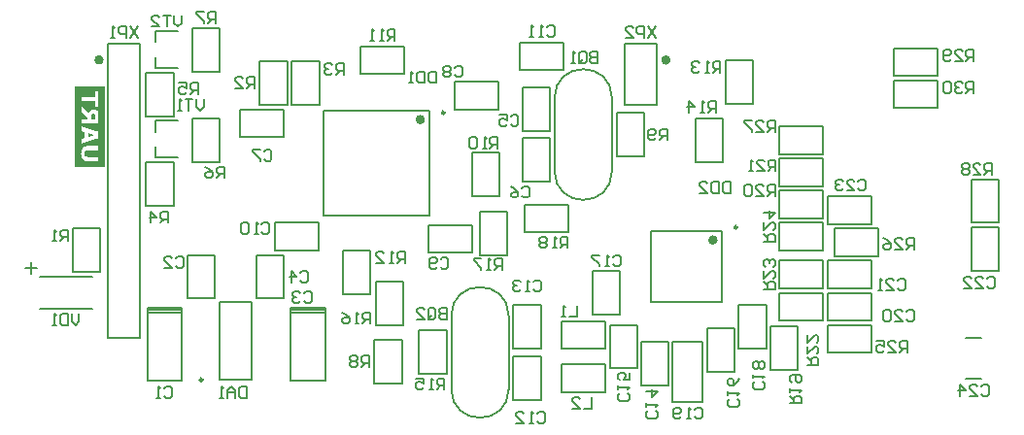
<source format=gbo>
G04*
G04 #@! TF.GenerationSoftware,Altium Limited,Altium Designer,22.11.1 (43)*
G04*
G04 Layer_Color=32896*
%FSLAX44Y44*%
%MOMM*%
G71*
G04*
G04 #@! TF.SameCoordinates,8D8AEDD0-DFFB-4D3A-BB57-83E995E82AED*
G04*
G04*
G04 #@! TF.FilePolarity,Positive*
G04*
G01*
G75*
%ADD10C,0.4000*%
%ADD11C,0.2000*%
%ADD12C,0.2500*%
G36*
X113000Y237000D02*
X87000D01*
Y307000D01*
X113000D01*
Y237000D01*
D02*
G37*
%LPC*%
G36*
X107624Y302347D02*
X92676D01*
X104732D01*
Y297673D01*
X92676D01*
Y293809D01*
X104732D01*
Y289135D01*
X107624D01*
Y302347D01*
D02*
G37*
G36*
Y288950D02*
D01*
Y281453D01*
X107601Y281776D01*
X107578Y282124D01*
X107555Y282494D01*
X107509Y282887D01*
X107463Y283257D01*
Y283304D01*
X107439Y283419D01*
X107393Y283604D01*
X107324Y283859D01*
X107231Y284137D01*
X107115Y284438D01*
X106976Y284738D01*
X106815Y285062D01*
X106791Y285109D01*
X106722Y285201D01*
X106606Y285363D01*
X106468Y285548D01*
X106259Y285756D01*
X106051Y285988D01*
X105796Y286219D01*
X105496Y286404D01*
X105449Y286427D01*
X105357Y286474D01*
X105195Y286566D01*
X104963Y286659D01*
X104663Y286751D01*
X104316Y286844D01*
X103945Y286890D01*
X103506Y286913D01*
X103483D01*
X103436D01*
X103344D01*
X103228D01*
X103089Y286890D01*
X102927Y286867D01*
X102557Y286821D01*
X102117Y286728D01*
X101678Y286589D01*
X101215Y286381D01*
X100798Y286127D01*
X100752Y286080D01*
X100636Y285988D01*
X100428Y285803D01*
X100197Y285571D01*
X99919Y285271D01*
X99618Y284877D01*
X99340Y284461D01*
X99063Y283951D01*
X92676Y288950D01*
Y284206D01*
X98160Y280133D01*
Y278398D01*
X92676D01*
Y274534D01*
X107624D01*
Y288950D01*
D02*
G37*
G36*
Y272405D02*
D01*
Y266875D01*
X92676Y272405D01*
Y268379D01*
X95684Y267337D01*
Y261830D01*
X92676Y260789D01*
Y256902D01*
X107624Y262409D01*
Y256902D01*
X92676D01*
X107624D01*
Y272405D01*
D02*
G37*
G36*
Y254981D02*
X97837D01*
X97628Y254958D01*
X97397Y254935D01*
X97142Y254888D01*
X96841Y254842D01*
X96517Y254773D01*
X96170Y254680D01*
X95823Y254564D01*
X95476Y254426D01*
X95129Y254264D01*
X94782Y254055D01*
X94435Y253824D01*
X94134Y253570D01*
X93833Y253269D01*
X93810Y253246D01*
X93764Y253199D01*
X93694Y253084D01*
X93602Y252945D01*
X93486Y252783D01*
X93371Y252551D01*
X93232Y252297D01*
X93116Y252019D01*
X92977Y251672D01*
X92838Y251302D01*
X92723Y250909D01*
X92607Y250469D01*
X92514Y249983D01*
X92445Y249451D01*
X92399Y248895D01*
X92376Y248294D01*
Y247970D01*
X92399Y247761D01*
X92422Y247484D01*
X92445Y247160D01*
X92491Y246813D01*
X92561Y246443D01*
X92723Y245633D01*
X92861Y245216D01*
X93000Y244800D01*
X93162Y244406D01*
X93347Y244013D01*
X93579Y243643D01*
X93833Y243319D01*
X93856Y243296D01*
X93903Y243249D01*
X93995Y243157D01*
X94111Y243064D01*
X94273Y242925D01*
X94458Y242787D01*
X94666Y242648D01*
X94921Y242486D01*
X95199Y242324D01*
X95522Y242185D01*
X95870Y242046D01*
X96240Y241907D01*
X96656Y241815D01*
X97096Y241722D01*
X97559Y241676D01*
X98068Y241653D01*
X107624D01*
Y254981D01*
D02*
G37*
%LPD*%
G36*
X103367Y282887D02*
X103668Y282818D01*
X103992Y282679D01*
X104015D01*
X104061Y282633D01*
X104130Y282586D01*
X104223Y282494D01*
X104339Y282378D01*
X104431Y282239D01*
X104547Y282077D01*
X104640Y281892D01*
Y281869D01*
X104663Y281823D01*
X104686Y281730D01*
X104709Y281638D01*
X104755Y281499D01*
X104778Y281337D01*
X104825Y280966D01*
Y280874D01*
X104848Y280758D01*
Y280457D01*
X104871Y280249D01*
Y278398D01*
X100868D01*
Y280087D01*
X100891Y280342D01*
Y280596D01*
X100914Y280851D01*
X100937Y281082D01*
Y281105D01*
X100960Y281198D01*
X100983Y281314D01*
X101030Y281453D01*
X101145Y281776D01*
X101354Y282124D01*
X101377Y282147D01*
X101400Y282193D01*
X101469Y282262D01*
X101562Y282355D01*
X101770Y282563D01*
X102025Y282725D01*
X102048D01*
X102094Y282748D01*
X102187Y282795D01*
X102302Y282818D01*
X102441Y282864D01*
X102626Y282887D01*
X102811Y282910D01*
X103043D01*
X103066D01*
X103135D01*
X103251D01*
X103367Y282887D01*
D02*
G37*
G36*
X103714Y264584D02*
X98438Y262756D01*
Y266412D01*
X103714Y264584D01*
D02*
G37*
G36*
X107624Y245517D02*
X98299D01*
X98276D01*
X98230D01*
X98160D01*
X98045D01*
X97767Y245563D01*
X97420Y245609D01*
X97027Y245679D01*
X96656Y245795D01*
X96286Y245957D01*
X95962Y246165D01*
X95939Y246188D01*
X95847Y246281D01*
X95731Y246443D01*
X95592Y246674D01*
X95453Y246975D01*
X95337Y247345D01*
X95245Y247785D01*
X95222Y248294D01*
Y248433D01*
X95245Y248525D01*
X95268Y248780D01*
X95314Y249104D01*
X95407Y249451D01*
X95522Y249798D01*
X95708Y250145D01*
X95939Y250422D01*
X95985Y250446D01*
X96078Y250538D01*
X96263Y250654D01*
X96517Y250770D01*
X96841Y250909D01*
X97258Y251001D01*
X97744Y251094D01*
X98299Y251117D01*
X107624D01*
Y245517D01*
D02*
G37*
D10*
X604000Y330000D02*
G03*
X604000Y330000I-2000J0D01*
G01*
X110000D02*
G03*
X110000Y330000I-2000J0D01*
G01*
X390000Y278000D02*
G03*
X390000Y278000I-2000J0D01*
G01*
X645000Y173000D02*
G03*
X645000Y173000I-2000J0D01*
G01*
D11*
X505000Y233000D02*
G03*
X555000Y233000I25000J0D01*
G01*
Y297000D02*
G03*
X505000Y297000I-25000J0D01*
G01*
X415000Y43000D02*
G03*
X465000Y43000I25000J0D01*
G01*
Y107000D02*
G03*
X415000Y107000I-25000J0D01*
G01*
X475000Y345000D02*
X513000D01*
X475000Y321000D02*
Y345000D01*
Y321000D02*
X513000D01*
Y345000D01*
X743000Y187000D02*
Y211000D01*
X781000D01*
Y187000D02*
Y211000D01*
X743000Y187000D02*
X781000D01*
X593970Y290630D02*
Y343970D01*
X566030D02*
X593970D01*
X566030Y290630D02*
X593970D01*
X566030D02*
Y343970D01*
X143970Y87430D02*
Y343970D01*
X116030D02*
X143970D01*
X116030Y87430D02*
X143970D01*
X116030D02*
Y343970D01*
X373000Y99000D02*
Y137000D01*
X349000D02*
X373000D01*
X349000Y99000D02*
Y137000D01*
Y99000D02*
X373000D01*
X555000Y233000D02*
Y297000D01*
X505000Y233000D02*
Y297000D01*
X396000Y194000D02*
Y286000D01*
X304000Y194000D02*
X396000D01*
X304000Y286000D02*
X396000D01*
X304000Y194000D02*
Y286000D01*
X395000Y186000D02*
X433000D01*
X395000Y162000D02*
Y186000D01*
Y162000D02*
X433000D01*
Y186000D01*
X231000Y263000D02*
Y287000D01*
X269000D01*
Y263000D02*
Y287000D01*
X231000Y263000D02*
X269000D01*
X248000Y291000D02*
X272000D01*
X248000D02*
Y329000D01*
X272000D01*
Y291000D02*
Y329000D01*
X477000Y268000D02*
X501000D01*
X477000D02*
Y306000D01*
X501000D01*
Y268000D02*
Y306000D01*
X477000Y262000D02*
X501000D01*
Y224000D02*
Y262000D01*
X477000Y224000D02*
X501000D01*
X477000D02*
Y262000D01*
X433000Y249000D02*
X457000D01*
Y211000D02*
Y249000D01*
X433000Y211000D02*
X457000D01*
X433000D02*
Y249000D01*
X456000Y287000D02*
Y311000D01*
X418000Y287000D02*
X456000D01*
X418000D02*
Y311000D01*
X456000D01*
X374000Y318000D02*
Y342000D01*
X336000Y318000D02*
X374000D01*
X336000D02*
Y342000D01*
X374000D01*
X276000Y291000D02*
X300000D01*
X276000D02*
Y329000D01*
X300000D01*
Y291000D02*
Y329000D01*
X559000Y246000D02*
Y284000D01*
Y246000D02*
X583000D01*
Y284000D01*
X559000D02*
X583000D01*
X261000Y164000D02*
Y188000D01*
X299000D01*
Y164000D02*
Y188000D01*
X261000Y164000D02*
X299000D01*
X320500D02*
X344500D01*
Y126000D02*
Y164000D01*
X320500Y126000D02*
X344500D01*
X320500D02*
Y164000D01*
X465000Y43000D02*
Y107000D01*
X415000Y43000D02*
Y107000D01*
X743000Y155000D02*
X781000D01*
X743000Y131000D02*
Y155000D01*
Y131000D02*
X781000D01*
Y155000D01*
X743000Y75000D02*
X781000D01*
Y99000D01*
X743000D02*
X781000D01*
X743000Y75000D02*
Y99000D01*
Y127000D02*
X781000D01*
X743000Y103000D02*
Y127000D01*
Y103000D02*
X781000D01*
Y127000D01*
X701000Y216000D02*
X739000D01*
X701000Y192000D02*
Y216000D01*
Y192000D02*
X739000D01*
Y216000D01*
X701000Y164000D02*
X739000D01*
Y188000D01*
X701000D02*
X739000D01*
X701000Y164000D02*
Y188000D01*
X749000Y183000D02*
X787000D01*
X749000Y159000D02*
Y183000D01*
Y159000D02*
X787000D01*
Y183000D01*
X701000Y155000D02*
X739000D01*
X701000Y131000D02*
Y155000D01*
Y131000D02*
X739000D01*
Y155000D01*
X440000Y160000D02*
Y198000D01*
Y160000D02*
X464000D01*
Y198000D01*
X440000D02*
X464000D01*
X604500Y46000D02*
Y84000D01*
X580500D02*
X604500D01*
X580500Y46000D02*
Y84000D01*
Y46000D02*
X604500D01*
X689500Y78500D02*
Y116500D01*
X665500D02*
X689500D01*
X665500Y78500D02*
Y116500D01*
Y78500D02*
X689500D01*
X863000Y88000D02*
X877000D01*
X863000Y52000D02*
X877000D01*
X693000Y60000D02*
Y98000D01*
Y60000D02*
X717000D01*
Y98000D01*
X693000D02*
X717000D01*
X549000Y40500D02*
Y64500D01*
X511000Y40500D02*
X549000D01*
X511000Y64500D02*
X549000D01*
X511000Y40500D02*
Y64500D01*
X549000Y78000D02*
Y102000D01*
X511000Y78000D02*
X549000D01*
X511000Y102000D02*
X549000D01*
X511000Y78000D02*
Y102000D01*
X608000Y84000D02*
X634000D01*
Y32000D02*
Y84000D01*
X608000Y32000D02*
X634000D01*
X608000D02*
Y84000D01*
X662000Y58000D02*
Y96000D01*
X638000D02*
X662000D01*
X638000Y58000D02*
Y96000D01*
Y58000D02*
X662000D01*
X577000Y61000D02*
Y99000D01*
X553000D02*
X577000D01*
X553000Y61000D02*
Y99000D01*
Y61000D02*
X577000D01*
X493000Y78500D02*
Y116500D01*
X469000D02*
X493000D01*
X469000Y78500D02*
Y116500D01*
Y78500D02*
X493000D01*
X562000Y108000D02*
Y146000D01*
X538000D02*
X562000D01*
X538000Y108000D02*
Y146000D01*
Y108000D02*
X562000D01*
X411000Y56000D02*
Y94000D01*
X387000D02*
X411000D01*
X387000Y56000D02*
Y94000D01*
Y56000D02*
X411000D01*
X469000Y33500D02*
Y71500D01*
Y33500D02*
X493000D01*
Y71500D01*
X469000D02*
X493000D01*
X157039Y267528D02*
Y277028D01*
Y244972D02*
Y254472D01*
Y244972D02*
X176539D01*
X157039Y277028D02*
X176539D01*
X173000Y203000D02*
Y241000D01*
X149000D02*
X173000D01*
X149000Y203000D02*
Y241000D01*
Y203000D02*
X173000D01*
X245000Y122000D02*
Y160000D01*
Y122000D02*
X269000D01*
Y160000D01*
X245000D02*
X269000D01*
X185000Y122000D02*
Y160000D01*
Y122000D02*
X209000D01*
Y160000D01*
X185000D02*
X209000D01*
X275000Y110000D02*
X305000D01*
X275000Y112000D02*
X305000D01*
X275000Y50000D02*
X305000D01*
X275000D02*
Y114000D01*
X305000Y50000D02*
Y114000D01*
X275000D02*
X305000D01*
X189000Y241000D02*
Y279000D01*
Y241000D02*
X213000D01*
Y279000D01*
X189000D02*
X213000D01*
X189000Y320000D02*
Y358000D01*
Y320000D02*
X213000D01*
Y358000D01*
X189000D02*
X213000D01*
X701000Y244000D02*
X739000D01*
X701000Y220000D02*
Y244000D01*
Y220000D02*
X739000D01*
Y244000D01*
X701000Y248000D02*
X739000D01*
Y272000D01*
X701000D02*
X739000D01*
X701000Y248000D02*
Y272000D01*
X868000Y188000D02*
Y226000D01*
Y188000D02*
X892000D01*
Y226000D01*
X868000D02*
X892000D01*
Y146000D02*
Y184000D01*
X868000D02*
X892000D01*
X868000Y146000D02*
Y184000D01*
Y146000D02*
X892000D01*
X651000Y119000D02*
Y181000D01*
X589000Y181000D02*
X651000D01*
X589000Y119000D02*
X651000D01*
X589000Y119000D02*
Y181000D01*
X479000Y180000D02*
X517000D01*
Y204000D01*
X479000D02*
X517000D01*
X479000Y180000D02*
Y204000D01*
X801000Y288000D02*
X839000D01*
Y312000D01*
X801000D02*
X839000D01*
X801000Y288000D02*
Y312000D01*
X654000Y292000D02*
X678000D01*
X654000D02*
Y330000D01*
X678000D01*
Y292000D02*
Y330000D01*
X628000Y241000D02*
X652000D01*
X628000D02*
Y279000D01*
X652000D01*
Y241000D02*
Y279000D01*
X348000Y48000D02*
Y86000D01*
Y48000D02*
X372000D01*
Y86000D01*
X348000D02*
X372000D01*
X739000Y103000D02*
Y127000D01*
X701000Y103000D02*
X739000D01*
X701000D02*
Y127000D01*
X739000D01*
X150000Y110000D02*
X180000D01*
X150000Y112000D02*
X180000D01*
X150000Y50000D02*
X180000D01*
X150000D02*
Y114000D01*
X180000Y50000D02*
Y114000D01*
X150000D02*
X180000D01*
X56000Y113000D02*
X102000D01*
X43960Y148260D02*
X54120D01*
X49040Y143180D02*
Y153340D01*
X56000Y141000D02*
X102000D01*
X801000Y316000D02*
X839000D01*
Y340000D01*
X801000D02*
X839000D01*
X801000Y316000D02*
Y340000D01*
X213000Y51000D02*
X241000D01*
Y119000D01*
X213000Y51000D02*
Y119000D01*
X241000D01*
X85000Y145000D02*
X109000D01*
X85000D02*
Y183000D01*
X109000D01*
Y145000D02*
Y183000D01*
X157039Y355028D02*
X176539D01*
X157039Y322972D02*
X176539D01*
X157039D02*
Y332472D01*
Y345528D02*
Y355028D01*
X173000Y281000D02*
Y319000D01*
X149000D02*
X173000D01*
X149000Y281000D02*
Y319000D01*
Y281000D02*
X173000D01*
X498165Y358332D02*
X499831Y359998D01*
X503164D01*
X504830Y358332D01*
Y351668D01*
X503164Y350002D01*
X499831D01*
X498165Y351668D01*
X494833Y350002D02*
X491501D01*
X493167D01*
Y359998D01*
X494833Y358332D01*
X486502Y350002D02*
X483170D01*
X484836D01*
Y359998D01*
X486502Y358332D01*
X344496Y100002D02*
Y109998D01*
X339498D01*
X337831Y108332D01*
Y105000D01*
X339498Y103334D01*
X344496D01*
X341164D02*
X337831Y100002D01*
X334499D02*
X331167D01*
X332833D01*
Y109998D01*
X334499Y108332D01*
X319504Y109998D02*
X322836Y108332D01*
X326169Y105000D01*
Y101668D01*
X324502Y100002D01*
X321170D01*
X319504Y101668D01*
Y103334D01*
X321170Y105000D01*
X326169D01*
X803998Y137332D02*
X805665Y138998D01*
X808997D01*
X810663Y137332D01*
Y130668D01*
X808997Y129002D01*
X805665D01*
X803998Y130668D01*
X794002Y129002D02*
X800666D01*
X794002Y135666D01*
Y137332D01*
X795668Y138998D01*
X799000D01*
X800666Y137332D01*
X790669Y129002D02*
X787337D01*
X789003D01*
Y138998D01*
X790669Y137332D01*
X812329Y75002D02*
Y84998D01*
X807331D01*
X805665Y83332D01*
Y80000D01*
X807331Y78334D01*
X812329D01*
X808997D02*
X805665Y75002D01*
X795668D02*
X802332D01*
X795668Y81666D01*
Y83332D01*
X797334Y84998D01*
X800666D01*
X802332Y83332D01*
X785671Y84998D02*
X792336D01*
Y80000D01*
X789003Y81666D01*
X787337D01*
X785671Y80000D01*
Y76668D01*
X787337Y75002D01*
X790669D01*
X792336Y76668D01*
X811665Y110332D02*
X813331Y111998D01*
X816663D01*
X818329Y110332D01*
Y103668D01*
X816663Y102002D01*
X813331D01*
X811665Y103668D01*
X801668Y102002D02*
X808332D01*
X801668Y108666D01*
Y110332D01*
X803334Y111998D01*
X806666D01*
X808332Y110332D01*
X798335D02*
X796669Y111998D01*
X793337D01*
X791671Y110332D01*
Y103668D01*
X793337Y102002D01*
X796669D01*
X798335Y103668D01*
Y110332D01*
X593329Y358998D02*
X586665Y349002D01*
Y358998D02*
X593329Y349002D01*
X583332D02*
Y358998D01*
X578334D01*
X576668Y357332D01*
Y354000D01*
X578334Y352334D01*
X583332D01*
X566671Y349002D02*
X573335D01*
X566671Y355666D01*
Y357332D01*
X568337Y358998D01*
X571669D01*
X573335Y357332D01*
X141663Y358998D02*
X134998Y349002D01*
Y358998D02*
X141663Y349002D01*
X131666D02*
Y358998D01*
X126668D01*
X125002Y357332D01*
Y354000D01*
X126668Y352334D01*
X131666D01*
X121669Y349002D02*
X118337D01*
X120003D01*
Y358998D01*
X121669Y357332D01*
X876665Y45332D02*
X878331Y46998D01*
X881663D01*
X883329Y45332D01*
Y38668D01*
X881663Y37002D01*
X878331D01*
X876665Y38668D01*
X866668Y37002D02*
X873332D01*
X866668Y43666D01*
Y45332D01*
X868334Y46998D01*
X871666D01*
X873332Y45332D01*
X858337Y37002D02*
Y46998D01*
X863335Y42000D01*
X856671D01*
X286666Y126332D02*
X288332Y127998D01*
X291665D01*
X293331Y126332D01*
Y119668D01*
X291665Y118002D01*
X288332D01*
X286666Y119668D01*
X283334Y126332D02*
X281668Y127998D01*
X278335D01*
X276669Y126332D01*
Y124666D01*
X278335Y123000D01*
X280002D01*
X278335D01*
X276669Y121334D01*
Y119668D01*
X278335Y118002D01*
X281668D01*
X283334Y119668D01*
X165000Y43332D02*
X166666Y44998D01*
X169998D01*
X171665Y43332D01*
Y36668D01*
X169998Y35002D01*
X166666D01*
X165000Y36668D01*
X161668Y35002D02*
X158336D01*
X160002D01*
Y44998D01*
X161668Y43332D01*
X603331Y260002D02*
Y269998D01*
X598332D01*
X596666Y268332D01*
Y265000D01*
X598332Y263334D01*
X603331D01*
X599998D02*
X596666Y260002D01*
X593334Y261668D02*
X591668Y260002D01*
X588335D01*
X586669Y261668D01*
Y268332D01*
X588335Y269998D01*
X591668D01*
X593334Y268332D01*
Y266666D01*
X591668Y265000D01*
X586669D01*
X645496Y284002D02*
Y293998D01*
X640498D01*
X638831Y292332D01*
Y289000D01*
X640498Y287334D01*
X645496D01*
X642164D02*
X638831Y284002D01*
X635499D02*
X632167D01*
X633833D01*
Y293998D01*
X635499Y292332D01*
X622170Y284002D02*
Y293998D01*
X627169Y289000D01*
X620504D01*
X649496Y319002D02*
Y328998D01*
X644498D01*
X642831Y327332D01*
Y324000D01*
X644498Y322334D01*
X649496D01*
X646164D02*
X642831Y319002D01*
X639499D02*
X636167D01*
X637833D01*
Y328998D01*
X639499Y327332D01*
X631169D02*
X629502Y328998D01*
X626170D01*
X624504Y327332D01*
Y325666D01*
X626170Y324000D01*
X627836D01*
X626170D01*
X624504Y322334D01*
Y320668D01*
X626170Y319002D01*
X629502D01*
X631169Y320668D01*
X343331Y62002D02*
Y71998D01*
X338332D01*
X336666Y70332D01*
Y67000D01*
X338332Y65334D01*
X343331D01*
X339998D02*
X336666Y62002D01*
X333334Y70332D02*
X331668Y71998D01*
X328335D01*
X326669Y70332D01*
Y68666D01*
X328335Y67000D01*
X326669Y65334D01*
Y63668D01*
X328335Y62002D01*
X331668D01*
X333334Y63668D01*
Y65334D01*
X331668Y67000D01*
X333334Y68666D01*
Y70332D01*
X331668Y67000D02*
X328335D01*
X80665Y172002D02*
Y181998D01*
X75666D01*
X74000Y180332D01*
Y177000D01*
X75666Y175334D01*
X80665D01*
X77332D02*
X74000Y172002D01*
X70668D02*
X67336D01*
X69002D01*
Y181998D01*
X70668Y180332D01*
X687002Y129671D02*
X696998D01*
Y134669D01*
X695332Y136335D01*
X692000D01*
X690334Y134669D01*
Y129671D01*
Y133003D02*
X687002Y136335D01*
Y146332D02*
Y139668D01*
X693666Y146332D01*
X695332D01*
X696998Y144666D01*
Y141334D01*
X695332Y139668D01*
Y149664D02*
X696998Y151331D01*
Y154663D01*
X695332Y156329D01*
X693666D01*
X692000Y154663D01*
Y152997D01*
Y154663D01*
X690334Y156329D01*
X688668D01*
X687002Y154663D01*
Y151331D01*
X688668Y149664D01*
X180329Y368998D02*
Y362334D01*
X176997Y359002D01*
X173664Y362334D01*
Y368998D01*
X170332D02*
X163668D01*
X167000D01*
Y359002D01*
X153671D02*
X160336D01*
X153671Y365666D01*
Y367332D01*
X155337Y368998D01*
X158669D01*
X160336Y367332D01*
X199663Y295998D02*
Y289334D01*
X196331Y286002D01*
X192998Y289334D01*
Y295998D01*
X189666D02*
X183002D01*
X186334D01*
Y286002D01*
X179669D02*
X176337D01*
X178003D01*
Y295998D01*
X179669Y294332D01*
X90663Y108998D02*
Y102334D01*
X87331Y99002D01*
X83998Y102334D01*
Y108998D01*
X80666D02*
Y99002D01*
X75668D01*
X74002Y100668D01*
Y107332D01*
X75668Y108998D01*
X80666D01*
X70669Y99002D02*
X67337D01*
X69003D01*
Y108998D01*
X70669Y107332D01*
X870329Y301002D02*
Y310998D01*
X865331D01*
X863664Y309332D01*
Y306000D01*
X865331Y304334D01*
X870329D01*
X866997D02*
X863664Y301002D01*
X860332Y309332D02*
X858666Y310998D01*
X855334D01*
X853668Y309332D01*
Y307666D01*
X855334Y306000D01*
X857000D01*
X855334D01*
X853668Y304334D01*
Y302668D01*
X855334Y301002D01*
X858666D01*
X860332Y302668D01*
X850335Y309332D02*
X848669Y310998D01*
X845337D01*
X843671Y309332D01*
Y302668D01*
X845337Y301002D01*
X848669D01*
X850335Y302668D01*
Y309332D01*
X870329Y329002D02*
Y338998D01*
X865331D01*
X863664Y337332D01*
Y334000D01*
X865331Y332334D01*
X870329D01*
X866997D02*
X863664Y329002D01*
X853668D02*
X860332D01*
X853668Y335666D01*
Y337332D01*
X855334Y338998D01*
X858666D01*
X860332Y337332D01*
X850335Y330668D02*
X848669Y329002D01*
X845337D01*
X843671Y330668D01*
Y337332D01*
X845337Y338998D01*
X848669D01*
X850335Y337332D01*
Y335666D01*
X848669Y334000D01*
X843671D01*
X886329Y230002D02*
Y239998D01*
X881331D01*
X879665Y238332D01*
Y235000D01*
X881331Y233334D01*
X886329D01*
X882997D02*
X879665Y230002D01*
X869668D02*
X876332D01*
X869668Y236666D01*
Y238332D01*
X871334Y239998D01*
X874666D01*
X876332Y238332D01*
X866336D02*
X864669Y239998D01*
X861337D01*
X859671Y238332D01*
Y236666D01*
X861337Y235000D01*
X859671Y233334D01*
Y231668D01*
X861337Y230002D01*
X864669D01*
X866336Y231668D01*
Y233334D01*
X864669Y235000D01*
X866336Y236666D01*
Y238332D01*
X864669Y235000D02*
X861337D01*
X697329Y267002D02*
Y276998D01*
X692331D01*
X690665Y275332D01*
Y272000D01*
X692331Y270334D01*
X697329D01*
X693997D02*
X690665Y267002D01*
X680668D02*
X687332D01*
X680668Y273666D01*
Y275332D01*
X682334Y276998D01*
X685666D01*
X687332Y275332D01*
X677336Y276998D02*
X670671D01*
Y275332D01*
X677336Y268668D01*
Y267002D01*
X818329Y165002D02*
Y174998D01*
X813331D01*
X811665Y173332D01*
Y170000D01*
X813331Y168334D01*
X818329D01*
X814997D02*
X811665Y165002D01*
X801668D02*
X808332D01*
X801668Y171666D01*
Y173332D01*
X803334Y174998D01*
X806666D01*
X808332Y173332D01*
X791671Y174998D02*
X795003Y173332D01*
X798335Y170000D01*
Y166668D01*
X796669Y165002D01*
X793337D01*
X791671Y166668D01*
Y168334D01*
X793337Y170000D01*
X798335D01*
X687002Y171671D02*
X696998D01*
Y176669D01*
X695332Y178335D01*
X692000D01*
X690334Y176669D01*
Y171671D01*
Y175003D02*
X687002Y178335D01*
Y188332D02*
Y181668D01*
X693666Y188332D01*
X695332D01*
X696998Y186666D01*
Y183334D01*
X695332Y181668D01*
X687002Y196663D02*
X696998D01*
X692000Y191665D01*
Y198329D01*
X725002Y63671D02*
X734998D01*
Y68669D01*
X733332Y70335D01*
X730000D01*
X728334Y68669D01*
Y63671D01*
Y67003D02*
X725002Y70335D01*
Y80332D02*
Y73668D01*
X731666Y80332D01*
X733332D01*
X734998Y78666D01*
Y75334D01*
X733332Y73668D01*
X725002Y90329D02*
Y83665D01*
X731666Y90329D01*
X733332D01*
X734998Y88663D01*
Y85331D01*
X733332Y83665D01*
X697663Y233002D02*
Y242998D01*
X692664D01*
X690998Y241332D01*
Y238000D01*
X692664Y236334D01*
X697663D01*
X694331D02*
X690998Y233002D01*
X681002D02*
X687666D01*
X681002Y239666D01*
Y241332D01*
X682668Y242998D01*
X686000D01*
X687666Y241332D01*
X677669Y233002D02*
X674337D01*
X676003D01*
Y242998D01*
X677669Y241332D01*
X697329Y211002D02*
Y220998D01*
X692331D01*
X690665Y219332D01*
Y216000D01*
X692331Y214334D01*
X697329D01*
X693997D02*
X690665Y211002D01*
X680668D02*
X687332D01*
X680668Y217666D01*
Y219332D01*
X682334Y220998D01*
X685666D01*
X687332Y219332D01*
X677336D02*
X675669Y220998D01*
X672337D01*
X670671Y219332D01*
Y212668D01*
X672337Y211002D01*
X675669D01*
X677336Y212668D01*
Y219332D01*
X710002Y30504D02*
X719998D01*
Y35502D01*
X718332Y37169D01*
X715000D01*
X713334Y35502D01*
Y30504D01*
Y33836D02*
X710002Y37169D01*
Y40501D02*
Y43833D01*
Y42167D01*
X719998D01*
X718332Y40501D01*
X711668Y48832D02*
X710002Y50498D01*
Y53830D01*
X711668Y55496D01*
X718332D01*
X719998Y53830D01*
Y50498D01*
X718332Y48832D01*
X716666D01*
X715000Y50498D01*
Y55496D01*
X516496Y166002D02*
Y175998D01*
X511498D01*
X509832Y174332D01*
Y171000D01*
X511498Y169334D01*
X516496D01*
X513164D02*
X509832Y166002D01*
X506499D02*
X503167D01*
X504833D01*
Y175998D01*
X506499Y174332D01*
X498168D02*
X496502Y175998D01*
X493170D01*
X491504Y174332D01*
Y172666D01*
X493170Y171000D01*
X491504Y169334D01*
Y167668D01*
X493170Y166002D01*
X496502D01*
X498168Y167668D01*
Y169334D01*
X496502Y171000D01*
X498168Y172666D01*
Y174332D01*
X496502Y171000D02*
X493170D01*
X459496Y147002D02*
Y156998D01*
X454498D01*
X452831Y155332D01*
Y152000D01*
X454498Y150334D01*
X459496D01*
X456164D02*
X452831Y147002D01*
X449499D02*
X446167D01*
X447833D01*
Y156998D01*
X449499Y155332D01*
X441169Y156998D02*
X434504D01*
Y155332D01*
X441169Y148668D01*
Y147002D01*
X408996Y42502D02*
Y52498D01*
X403998D01*
X402332Y50832D01*
Y47500D01*
X403998Y45834D01*
X408996D01*
X405664D02*
X402332Y42502D01*
X398999D02*
X395667D01*
X397333D01*
Y52498D01*
X398999Y50832D01*
X384004Y52498D02*
X390669D01*
Y47500D01*
X387336Y49166D01*
X385670D01*
X384004Y47500D01*
Y44168D01*
X385670Y42502D01*
X389002D01*
X390669Y44168D01*
X374496Y153002D02*
Y162998D01*
X369498D01*
X367831Y161332D01*
Y158000D01*
X369498Y156334D01*
X374496D01*
X371164D02*
X367831Y153002D01*
X364499D02*
X361167D01*
X362833D01*
Y162998D01*
X364499Y161332D01*
X349504Y153002D02*
X356169D01*
X349504Y159666D01*
Y161332D01*
X351170Y162998D01*
X354502D01*
X356169Y161332D01*
X365830Y347002D02*
Y356998D01*
X360831D01*
X359165Y355332D01*
Y352000D01*
X360831Y350334D01*
X365830D01*
X362498D02*
X359165Y347002D01*
X355833D02*
X352501D01*
X354167D01*
Y356998D01*
X355833Y355332D01*
X347503Y347002D02*
X344170D01*
X345836D01*
Y356998D01*
X347503Y355332D01*
X455496Y253002D02*
Y262998D01*
X450498D01*
X448831Y261332D01*
Y258000D01*
X450498Y256334D01*
X455496D01*
X452164D02*
X448831Y253002D01*
X445499D02*
X442167D01*
X443833D01*
Y262998D01*
X445499Y261332D01*
X437169D02*
X435502Y262998D01*
X432170D01*
X430504Y261332D01*
Y254668D01*
X432170Y253002D01*
X435502D01*
X437169Y254668D01*
Y261332D01*
X209331Y362002D02*
Y371998D01*
X204332D01*
X202666Y370332D01*
Y367000D01*
X204332Y365334D01*
X209331D01*
X205998D02*
X202666Y362002D01*
X199334Y371998D02*
X192669D01*
Y370332D01*
X199334Y363668D01*
Y362002D01*
X217331Y227002D02*
Y236998D01*
X212332D01*
X210666Y235332D01*
Y232000D01*
X212332Y230334D01*
X217331D01*
X213998D02*
X210666Y227002D01*
X200669Y236998D02*
X204002Y235332D01*
X207334Y232000D01*
Y228668D01*
X205668Y227002D01*
X202335D01*
X200669Y228668D01*
Y230334D01*
X202335Y232000D01*
X207334D01*
X194331Y300002D02*
Y309998D01*
X189332D01*
X187666Y308332D01*
Y305000D01*
X189332Y303334D01*
X194331D01*
X190998D02*
X187666Y300002D01*
X177669Y309998D02*
X184334D01*
Y305000D01*
X181002Y306666D01*
X179335D01*
X177669Y305000D01*
Y301668D01*
X179335Y300002D01*
X182668D01*
X184334Y301668D01*
X168331Y188002D02*
Y197998D01*
X163332D01*
X161666Y196332D01*
Y193000D01*
X163332Y191334D01*
X168331D01*
X164998D02*
X161666Y188002D01*
X153336D02*
Y197998D01*
X158334Y193000D01*
X151669D01*
X321331Y317002D02*
Y326998D01*
X316332D01*
X314666Y325332D01*
Y322000D01*
X316332Y320334D01*
X321331D01*
X317998D02*
X314666Y317002D01*
X311334Y325332D02*
X309668Y326998D01*
X306336D01*
X304669Y325332D01*
Y323666D01*
X306336Y322000D01*
X308002D01*
X306336D01*
X304669Y320334D01*
Y318668D01*
X306336Y317002D01*
X309668D01*
X311334Y318668D01*
X243331Y305002D02*
Y314998D01*
X238332D01*
X236666Y313332D01*
Y310000D01*
X238332Y308334D01*
X243331D01*
X239998D02*
X236666Y305002D01*
X226669D02*
X233334D01*
X226669Y311666D01*
Y313332D01*
X228335Y314998D01*
X231668D01*
X233334Y313332D01*
X537331Y35998D02*
Y26002D01*
X530666D01*
X520669D02*
X527334D01*
X520669Y32666D01*
Y34332D01*
X522336Y35998D01*
X525668D01*
X527334Y34332D01*
X524664Y115998D02*
Y106002D01*
X518000D01*
X514668D02*
X511335D01*
X513002D01*
Y115998D01*
X514668Y114332D01*
X658329Y223998D02*
Y214002D01*
X653331D01*
X651665Y215668D01*
Y222332D01*
X653331Y223998D01*
X658329D01*
X648332D02*
Y214002D01*
X643334D01*
X641668Y215668D01*
Y222332D01*
X643334Y223998D01*
X648332D01*
X631671Y214002D02*
X638335D01*
X631671Y220666D01*
Y222332D01*
X633337Y223998D01*
X636669D01*
X638335Y222332D01*
X401663Y319998D02*
Y310002D01*
X396665D01*
X394998Y311668D01*
Y318332D01*
X396665Y319998D01*
X401663D01*
X391666D02*
Y310002D01*
X386668D01*
X385002Y311668D01*
Y318332D01*
X386668Y319998D01*
X391666D01*
X381669Y310002D02*
X378337D01*
X380003D01*
Y319998D01*
X381669Y318332D01*
X236663Y44998D02*
Y35002D01*
X231665D01*
X229998Y36668D01*
Y43332D01*
X231665Y44998D01*
X236663D01*
X226666Y35002D02*
Y41666D01*
X223334Y44998D01*
X220002Y41666D01*
Y35002D01*
Y40000D01*
X226666D01*
X216669Y35002D02*
X213337D01*
X215003D01*
Y44998D01*
X216669Y43332D01*
X769665Y224332D02*
X771331Y225998D01*
X774663D01*
X776329Y224332D01*
Y217668D01*
X774663Y216002D01*
X771331D01*
X769665Y217668D01*
X759668Y216002D02*
X766332D01*
X759668Y222666D01*
Y224332D01*
X761334Y225998D01*
X764666D01*
X766332Y224332D01*
X756336D02*
X754669Y225998D01*
X751337D01*
X749671Y224332D01*
Y222666D01*
X751337Y221000D01*
X753003D01*
X751337D01*
X749671Y219334D01*
Y217668D01*
X751337Y216002D01*
X754669D01*
X756336Y217668D01*
X881665Y139332D02*
X883331Y140998D01*
X886663D01*
X888329Y139332D01*
Y132668D01*
X886663Y131002D01*
X883331D01*
X881665Y132668D01*
X871668Y131002D02*
X878332D01*
X871668Y137666D01*
Y139332D01*
X873334Y140998D01*
X876666D01*
X878332Y139332D01*
X861671Y131002D02*
X868335D01*
X861671Y137666D01*
Y139332D01*
X863337Y140998D01*
X866669D01*
X868335Y139332D01*
X626832Y25332D02*
X628498Y26998D01*
X631830D01*
X633496Y25332D01*
Y18668D01*
X631830Y17002D01*
X628498D01*
X626832Y18668D01*
X623499Y17002D02*
X620167D01*
X621833D01*
Y26998D01*
X623499Y25332D01*
X615169Y18668D02*
X613503Y17002D01*
X610170D01*
X608504Y18668D01*
Y25332D01*
X610170Y26998D01*
X613503D01*
X615169Y25332D01*
Y23666D01*
X613503Y22000D01*
X608504D01*
X686332Y49169D02*
X687998Y47502D01*
Y44170D01*
X686332Y42504D01*
X679668D01*
X678002Y44170D01*
Y47502D01*
X679668Y49169D01*
X678002Y52501D02*
Y55833D01*
Y54167D01*
X687998D01*
X686332Y52501D01*
Y60831D02*
X687998Y62498D01*
Y65830D01*
X686332Y67496D01*
X684666D01*
X683000Y65830D01*
X681334Y67496D01*
X679668D01*
X678002Y65830D01*
Y62498D01*
X679668Y60831D01*
X681334D01*
X683000Y62498D01*
X684666Y60831D01*
X686332D01*
X683000Y62498D02*
Y65830D01*
X664332Y34169D02*
X665998Y32502D01*
Y29170D01*
X664332Y27504D01*
X657668D01*
X656002Y29170D01*
Y32502D01*
X657668Y34169D01*
X656002Y37501D02*
Y40833D01*
Y39167D01*
X665998D01*
X664332Y37501D01*
X665998Y52496D02*
X664332Y49164D01*
X661000Y45831D01*
X657668D01*
X656002Y47498D01*
Y50830D01*
X657668Y52496D01*
X659334D01*
X661000Y50830D01*
Y45831D01*
X555831Y158332D02*
X557498Y159998D01*
X560830D01*
X562496Y158332D01*
Y151668D01*
X560830Y150002D01*
X557498D01*
X555831Y151668D01*
X552499Y150002D02*
X549167D01*
X550833D01*
Y159998D01*
X552499Y158332D01*
X544169Y159998D02*
X537504D01*
Y158332D01*
X544169Y151668D01*
Y150002D01*
X568332Y39169D02*
X569999Y37502D01*
Y34170D01*
X568332Y32504D01*
X561668D01*
X560002Y34170D01*
Y37502D01*
X561668Y39169D01*
X560002Y42501D02*
Y45833D01*
Y44167D01*
X569999D01*
X568332Y42501D01*
X569999Y57496D02*
Y50831D01*
X565000D01*
X566666Y54164D01*
Y55830D01*
X565000Y57496D01*
X561668D01*
X560002Y55830D01*
Y52498D01*
X561668Y50831D01*
X593332Y24169D02*
X594999Y22502D01*
Y19170D01*
X593332Y17504D01*
X586668D01*
X585002Y19170D01*
Y22502D01*
X586668Y24169D01*
X585002Y27501D02*
Y30833D01*
Y29167D01*
X594999D01*
X593332Y27501D01*
X585002Y40830D02*
X594999D01*
X590000Y35831D01*
Y42496D01*
X486832Y136332D02*
X488498Y137998D01*
X491830D01*
X493496Y136332D01*
Y129668D01*
X491830Y128002D01*
X488498D01*
X486832Y129668D01*
X483499Y128002D02*
X480167D01*
X481833D01*
Y137998D01*
X483499Y136332D01*
X475168D02*
X473502Y137998D01*
X470170D01*
X468504Y136332D01*
Y134666D01*
X470170Y133000D01*
X471836D01*
X470170D01*
X468504Y131334D01*
Y129668D01*
X470170Y128002D01*
X473502D01*
X475168Y129668D01*
X489832Y21332D02*
X491498Y22998D01*
X494830D01*
X496496Y21332D01*
Y14668D01*
X494830Y13002D01*
X491498D01*
X489832Y14668D01*
X486499Y13002D02*
X483167D01*
X484833D01*
Y22998D01*
X486499Y21332D01*
X471504Y13002D02*
X478168D01*
X471504Y19666D01*
Y21332D01*
X473170Y22998D01*
X476502D01*
X478168Y21332D01*
X249832Y186332D02*
X251498Y187998D01*
X254830D01*
X256496Y186332D01*
Y179668D01*
X254830Y178002D01*
X251498D01*
X249832Y179668D01*
X246499Y178002D02*
X243167D01*
X244833D01*
Y187998D01*
X246499Y186332D01*
X238169D02*
X236502Y187998D01*
X233170D01*
X231504Y186332D01*
Y179668D01*
X233170Y178002D01*
X236502D01*
X238169Y179668D01*
Y186332D01*
X405666Y156332D02*
X407332Y157998D01*
X410664D01*
X412331Y156332D01*
Y149668D01*
X410664Y148002D01*
X407332D01*
X405666Y149668D01*
X402334D02*
X400668Y148002D01*
X397336D01*
X395669Y149668D01*
Y156332D01*
X397336Y157998D01*
X400668D01*
X402334Y156332D01*
Y154666D01*
X400668Y153000D01*
X395669D01*
X417666Y323332D02*
X419332Y324998D01*
X422664D01*
X424331Y323332D01*
Y316668D01*
X422664Y315002D01*
X419332D01*
X417666Y316668D01*
X414334Y323332D02*
X412668Y324998D01*
X409336D01*
X407669Y323332D01*
Y321666D01*
X409336Y320000D01*
X407669Y318334D01*
Y316668D01*
X409336Y315002D01*
X412668D01*
X414334Y316668D01*
Y318334D01*
X412668Y320000D01*
X414334Y321666D01*
Y323332D01*
X412668Y320000D02*
X409336D01*
X476666Y218332D02*
X478332Y219998D01*
X481665D01*
X483331Y218332D01*
Y211668D01*
X481665Y210002D01*
X478332D01*
X476666Y211668D01*
X466669Y219998D02*
X470002Y218332D01*
X473334Y215000D01*
Y211668D01*
X471668Y210002D01*
X468335D01*
X466669Y211668D01*
Y213334D01*
X468335Y215000D01*
X473334D01*
X466666Y280332D02*
X468332Y281998D01*
X471665D01*
X473331Y280332D01*
Y273668D01*
X471665Y272002D01*
X468332D01*
X466666Y273668D01*
X456669Y281998D02*
X463334D01*
Y277000D01*
X460002Y278666D01*
X458335D01*
X456669Y277000D01*
Y273668D01*
X458335Y272002D01*
X461668D01*
X463334Y273668D01*
X251666Y250332D02*
X253332Y251998D01*
X256665D01*
X258331Y250332D01*
Y243668D01*
X256665Y242002D01*
X253332D01*
X251666Y243668D01*
X248334Y251998D02*
X241669D01*
Y250332D01*
X248334Y243668D01*
Y242002D01*
X283666Y144332D02*
X285332Y145998D01*
X288664D01*
X290331Y144332D01*
Y137668D01*
X288664Y136002D01*
X285332D01*
X283666Y137668D01*
X275336Y136002D02*
Y145998D01*
X280334Y141000D01*
X273669D01*
X174666Y157332D02*
X176332Y158998D01*
X179664D01*
X181331Y157332D01*
Y150668D01*
X179664Y149002D01*
X176332D01*
X174666Y150668D01*
X164669Y149002D02*
X171334D01*
X164669Y155666D01*
Y157332D01*
X166336Y158998D01*
X169668D01*
X171334Y157332D01*
X411329Y113998D02*
Y104002D01*
X406331D01*
X404664Y105668D01*
Y107334D01*
X406331Y109000D01*
X411329D01*
X406331D01*
X404664Y110666D01*
Y112332D01*
X406331Y113998D01*
X411329D01*
X394668Y105668D02*
Y112332D01*
X396334Y113998D01*
X399666D01*
X401332Y112332D01*
Y105668D01*
X399666Y104002D01*
X396334D01*
X398000Y107334D02*
X394668Y104002D01*
X396334D02*
X394668Y105668D01*
X384671Y104002D02*
X391335D01*
X384671Y110666D01*
Y112332D01*
X386337Y113998D01*
X389669D01*
X391335Y112332D01*
X542663Y336998D02*
Y327002D01*
X537664D01*
X535998Y328668D01*
Y330334D01*
X537664Y332000D01*
X542663D01*
X537664D01*
X535998Y333666D01*
Y335332D01*
X537664Y336998D01*
X542663D01*
X526002Y328668D02*
Y335332D01*
X527668Y336998D01*
X531000D01*
X532666Y335332D01*
Y328668D01*
X531000Y327002D01*
X527668D01*
X529334Y330334D02*
X526002Y327002D01*
X527668D02*
X526002Y328668D01*
X522669Y327002D02*
X519337D01*
X521003D01*
Y336998D01*
X522669Y335332D01*
D12*
X409250Y284000D02*
G03*
X409250Y284000I-1250J0D01*
G01*
X664250Y184000D02*
G03*
X664250Y184000I-1250J0D01*
G01*
X198250Y51000D02*
G03*
X198250Y51000I-1250J0D01*
G01*
M02*

</source>
